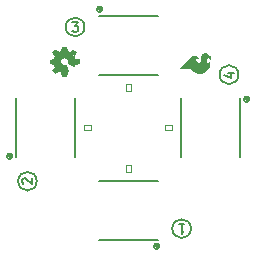
<source format=gbr>
G04 #@! TF.GenerationSoftware,KiCad,Pcbnew,no-vcs-found-5013ea2~58~ubuntu16.04.1*
G04 #@! TF.CreationDate,2017-05-24T10:35:15-06:00*
G04 #@! TF.ProjectId,HiBeam_4-pack_v02,48694265616D5F342D7061636B5F7630,rev?*
G04 #@! TF.FileFunction,Legend,Top*
G04 #@! TF.FilePolarity,Positive*
%FSLAX46Y46*%
G04 Gerber Fmt 4.6, Leading zero omitted, Abs format (unit mm)*
G04 Created by KiCad (PCBNEW no-vcs-found-5013ea2~58~ubuntu16.04.1) date Wed May 24 10:35:15 2017*
%MOMM*%
%LPD*%
G01*
G04 APERTURE LIST*
%ADD10C,0.100000*%
%ADD11C,0.200000*%
%ADD12C,0.203200*%
%ADD13C,0.150000*%
%ADD14C,0.010000*%
%ADD15C,0.066040*%
G04 APERTURE END LIST*
D10*
D11*
X142224776Y-89890600D02*
G75*
G03X142224776Y-89890600I-797576J0D01*
G01*
X155254976Y-93929200D02*
G75*
G03X155254976Y-93929200I-797576J0D01*
G01*
X151237721Y-106959400D02*
G75*
G03X151237721Y-106959400I-793521J0D01*
G01*
X138179679Y-102946200D02*
G75*
G03X138179679Y-102946200I-791079J0D01*
G01*
D12*
X154334028Y-93799780D02*
X154875895Y-93799780D01*
X154024390Y-93993304D02*
X154604961Y-94186828D01*
X154604961Y-93683666D01*
X141181666Y-89496295D02*
X141684828Y-89496295D01*
X141413895Y-89805933D01*
X141530009Y-89805933D01*
X141607419Y-89844638D01*
X141646123Y-89883342D01*
X141684828Y-89960752D01*
X141684828Y-90154276D01*
X141646123Y-90231685D01*
X141607419Y-90270390D01*
X141530009Y-90309095D01*
X141297780Y-90309095D01*
X141220371Y-90270390D01*
X141181666Y-90231685D01*
X137020904Y-103153028D02*
X136982200Y-103114323D01*
X136943495Y-103036914D01*
X136943495Y-102843390D01*
X136982200Y-102765980D01*
X137020904Y-102727276D01*
X137098314Y-102688571D01*
X137175723Y-102688571D01*
X137291838Y-102727276D01*
X137756295Y-103191733D01*
X137756295Y-102688571D01*
X150211971Y-106591704D02*
X150676428Y-106591704D01*
X150444200Y-106591704D02*
X150444200Y-107404504D01*
X150521609Y-107288390D01*
X150599019Y-107210980D01*
X150676428Y-107172276D01*
X148423000Y-93940000D02*
X143423000Y-93940000D01*
X148423000Y-88940000D02*
X143423000Y-88940000D01*
D13*
X143738953Y-88392000D02*
G75*
G03X143738953Y-88392000I-228953J0D01*
G01*
X143599803Y-88392000D02*
G75*
G03X143599803Y-88392000I-89803J0D01*
G01*
D12*
X150408000Y-100925000D02*
X150408000Y-95925000D01*
X155408000Y-100925000D02*
X155408000Y-95925000D01*
D13*
X156184953Y-96012000D02*
G75*
G03X156184953Y-96012000I-228953J0D01*
G01*
X156045803Y-96012000D02*
G75*
G03X156045803Y-96012000I-89803J0D01*
G01*
D12*
X143423000Y-102910000D02*
X148423000Y-102910000D01*
X143423000Y-107910000D02*
X148423000Y-107910000D01*
D13*
X148564953Y-108458000D02*
G75*
G03X148564953Y-108458000I-228953J0D01*
G01*
X148425803Y-108458000D02*
G75*
G03X148425803Y-108458000I-89803J0D01*
G01*
D12*
X141438000Y-95925000D02*
X141438000Y-100925000D01*
X136438000Y-95925000D02*
X136438000Y-100925000D01*
D13*
X136118953Y-100838000D02*
G75*
G03X136118953Y-100838000I-228953J0D01*
G01*
X135979803Y-100838000D02*
G75*
G03X135979803Y-100838000I-89803J0D01*
G01*
D14*
G36*
X152770888Y-92862628D02*
X152706231Y-92927286D01*
X152679290Y-92939858D01*
X152657737Y-92947042D01*
X152614632Y-92947042D01*
X152585895Y-92932674D01*
X152564343Y-92911121D01*
X152523033Y-92841075D01*
X152508665Y-92797970D01*
X152501481Y-92762049D01*
X152494297Y-92715352D01*
X152494297Y-92629141D01*
X152508665Y-92557299D01*
X152528422Y-92523174D01*
X152571527Y-92480069D01*
X152600264Y-92465701D01*
X152621816Y-92458517D01*
X152655941Y-92453128D01*
X152706231Y-92460313D01*
X152749336Y-92474681D01*
X152790645Y-92501622D01*
X152826566Y-92523174D01*
X152869671Y-92566280D01*
X152876855Y-92587832D01*
X152882244Y-92593220D01*
X152884040Y-92580648D01*
X152876855Y-92530359D01*
X152826566Y-92383082D01*
X152776277Y-92304056D01*
X152706231Y-92234010D01*
X152614632Y-92171148D01*
X152494297Y-92133431D01*
X152381145Y-92120859D01*
X152289547Y-92140615D01*
X152203336Y-92183721D01*
X152147659Y-92239398D01*
X152097369Y-92318425D01*
X152070428Y-92417207D01*
X152061448Y-92523174D01*
X152056060Y-92643510D01*
X152056060Y-92744089D01*
X152020139Y-92819523D01*
X151969850Y-92869812D01*
X151914172Y-92896753D01*
X151851310Y-92905733D01*
X151779468Y-92891365D01*
X151709422Y-92850056D01*
X151651949Y-92792582D01*
X151623212Y-92749477D01*
X151603455Y-92700983D01*
X151603455Y-92614773D01*
X151610639Y-92578852D01*
X151625008Y-92550115D01*
X151651949Y-92523174D01*
X151680685Y-92508806D01*
X151766896Y-92508806D01*
X151795633Y-92523174D01*
X151836942Y-92535747D01*
X151849514Y-92537543D01*
X151836942Y-92496234D01*
X151750731Y-92410023D01*
X151702238Y-92375898D01*
X151659133Y-92347161D01*
X151610639Y-92323813D01*
X151562146Y-92318425D01*
X151497488Y-92311240D01*
X151384337Y-92338181D01*
X151319679Y-92374102D01*
X151256817Y-92422596D01*
X150286950Y-93392463D01*
X150358792Y-93392463D01*
X150416265Y-93378095D01*
X150486311Y-93379891D01*
X150563542Y-93370911D01*
X150734166Y-93372707D01*
X150917364Y-93358338D01*
X151059252Y-93356542D01*
X151172403Y-93387075D01*
X151220896Y-93421200D01*
X151355600Y-93555904D01*
X151454383Y-93625950D01*
X151554962Y-93683423D01*
X151653745Y-93724733D01*
X151765100Y-93753469D01*
X151872863Y-93760654D01*
X151984218Y-93760654D01*
X152099165Y-93746285D01*
X152296731Y-93688812D01*
X152465560Y-93591825D01*
X152593079Y-93478674D01*
X152684678Y-93343970D01*
X152754724Y-93202082D01*
X152785257Y-93074562D01*
X152790645Y-92954227D01*
X152770888Y-92862628D01*
G37*
X152770888Y-92862628D02*
X152706231Y-92927286D01*
X152679290Y-92939858D01*
X152657737Y-92947042D01*
X152614632Y-92947042D01*
X152585895Y-92932674D01*
X152564343Y-92911121D01*
X152523033Y-92841075D01*
X152508665Y-92797970D01*
X152501481Y-92762049D01*
X152494297Y-92715352D01*
X152494297Y-92629141D01*
X152508665Y-92557299D01*
X152528422Y-92523174D01*
X152571527Y-92480069D01*
X152600264Y-92465701D01*
X152621816Y-92458517D01*
X152655941Y-92453128D01*
X152706231Y-92460313D01*
X152749336Y-92474681D01*
X152790645Y-92501622D01*
X152826566Y-92523174D01*
X152869671Y-92566280D01*
X152876855Y-92587832D01*
X152882244Y-92593220D01*
X152884040Y-92580648D01*
X152876855Y-92530359D01*
X152826566Y-92383082D01*
X152776277Y-92304056D01*
X152706231Y-92234010D01*
X152614632Y-92171148D01*
X152494297Y-92133431D01*
X152381145Y-92120859D01*
X152289547Y-92140615D01*
X152203336Y-92183721D01*
X152147659Y-92239398D01*
X152097369Y-92318425D01*
X152070428Y-92417207D01*
X152061448Y-92523174D01*
X152056060Y-92643510D01*
X152056060Y-92744089D01*
X152020139Y-92819523D01*
X151969850Y-92869812D01*
X151914172Y-92896753D01*
X151851310Y-92905733D01*
X151779468Y-92891365D01*
X151709422Y-92850056D01*
X151651949Y-92792582D01*
X151623212Y-92749477D01*
X151603455Y-92700983D01*
X151603455Y-92614773D01*
X151610639Y-92578852D01*
X151625008Y-92550115D01*
X151651949Y-92523174D01*
X151680685Y-92508806D01*
X151766896Y-92508806D01*
X151795633Y-92523174D01*
X151836942Y-92535747D01*
X151849514Y-92537543D01*
X151836942Y-92496234D01*
X151750731Y-92410023D01*
X151702238Y-92375898D01*
X151659133Y-92347161D01*
X151610639Y-92323813D01*
X151562146Y-92318425D01*
X151497488Y-92311240D01*
X151384337Y-92338181D01*
X151319679Y-92374102D01*
X151256817Y-92422596D01*
X150286950Y-93392463D01*
X150358792Y-93392463D01*
X150416265Y-93378095D01*
X150486311Y-93379891D01*
X150563542Y-93370911D01*
X150734166Y-93372707D01*
X150917364Y-93358338D01*
X151059252Y-93356542D01*
X151172403Y-93387075D01*
X151220896Y-93421200D01*
X151355600Y-93555904D01*
X151454383Y-93625950D01*
X151554962Y-93683423D01*
X151653745Y-93724733D01*
X151765100Y-93753469D01*
X151872863Y-93760654D01*
X151984218Y-93760654D01*
X152099165Y-93746285D01*
X152296731Y-93688812D01*
X152465560Y-93591825D01*
X152593079Y-93478674D01*
X152684678Y-93343970D01*
X152754724Y-93202082D01*
X152785257Y-93074562D01*
X152790645Y-92954227D01*
X152770888Y-92862628D01*
G36*
X141480616Y-92033655D02*
X141256110Y-91809148D01*
X140961558Y-92021082D01*
X140932821Y-91992345D01*
X140918452Y-91992345D01*
X140904084Y-91977977D01*
X140889715Y-91977977D01*
X140868163Y-91970793D01*
X140855591Y-91958220D01*
X140841222Y-91958220D01*
X140826854Y-91943852D01*
X140812485Y-91943852D01*
X140790933Y-91936668D01*
X140776564Y-91936668D01*
X140762196Y-91922299D01*
X140747827Y-91922299D01*
X140726275Y-91915115D01*
X140711906Y-91915115D01*
X140656229Y-91561293D01*
X140338328Y-91570273D01*
X140273670Y-91915115D01*
X140259301Y-91915115D01*
X140239545Y-91924095D01*
X140232361Y-91931280D01*
X140212604Y-91936668D01*
X140198236Y-91936668D01*
X140176683Y-91943852D01*
X140169499Y-91951036D01*
X140147946Y-91958220D01*
X140133578Y-91958220D01*
X140119209Y-91972589D01*
X140097657Y-91979773D01*
X140090473Y-91986957D01*
X140068920Y-91994141D01*
X140063532Y-91999530D01*
X140041979Y-92006714D01*
X140027611Y-92021082D01*
X139736651Y-91816332D01*
X139512144Y-92040839D01*
X139718690Y-92330003D01*
X139711506Y-92337187D01*
X139704322Y-92358740D01*
X139689953Y-92373108D01*
X139689953Y-92387477D01*
X139675585Y-92401845D01*
X139668401Y-92423398D01*
X139661216Y-92430582D01*
X139654032Y-92452134D01*
X139654032Y-92466503D01*
X139641460Y-92479075D01*
X139641460Y-92493444D01*
X139634276Y-92514996D01*
X139634276Y-92529365D01*
X139619907Y-92543733D01*
X139618111Y-92556305D01*
X139610927Y-92577858D01*
X139266085Y-92642516D01*
X139264289Y-92953233D01*
X139610927Y-93016095D01*
X139610927Y-93030463D01*
X139625295Y-93044831D01*
X139625295Y-93059200D01*
X139632480Y-93080752D01*
X139632480Y-93095121D01*
X139646848Y-93109489D01*
X139646848Y-93123858D01*
X139654032Y-93145410D01*
X139661216Y-93152594D01*
X139675585Y-93192108D01*
X139682769Y-93199292D01*
X139689953Y-93220844D01*
X139697137Y-93228029D01*
X139704322Y-93249581D01*
X139718690Y-93263950D01*
X139512144Y-93553114D01*
X139736651Y-93777620D01*
X140027611Y-93572870D01*
X140034795Y-93580055D01*
X140056348Y-93587239D01*
X140070716Y-93601607D01*
X140085085Y-93601607D01*
X140099453Y-93615976D01*
X140113821Y-93615976D01*
X140131782Y-93623160D01*
X140146150Y-93637528D01*
X140160519Y-93637528D01*
X140174887Y-93651897D01*
X140189255Y-93651897D01*
X140210808Y-93659081D01*
X140225177Y-93659081D01*
X140246729Y-93666265D01*
X140253913Y-93673449D01*
X140275466Y-93680634D01*
X140331144Y-94020087D01*
X140649045Y-94025475D01*
X140713702Y-93680634D01*
X140720887Y-93673449D01*
X140733459Y-93671653D01*
X140740643Y-93664469D01*
X140755012Y-93664469D01*
X140762196Y-93657285D01*
X140776564Y-93657285D01*
X140783748Y-93650101D01*
X140798117Y-93650101D01*
X140805301Y-93642916D01*
X140817873Y-93644712D01*
X140825058Y-93637528D01*
X140839426Y-93637528D01*
X140853794Y-93623160D01*
X140868163Y-93623160D01*
X140629288Y-93100509D01*
X140600551Y-93114877D01*
X140557446Y-93129246D01*
X140528709Y-93129246D01*
X140508953Y-93134634D01*
X140480216Y-93134634D01*
X140458663Y-93127450D01*
X140429926Y-93127450D01*
X140388617Y-93114877D01*
X140359880Y-93100509D01*
X140316775Y-93086141D01*
X140295223Y-93064588D01*
X140266486Y-93050220D01*
X140226973Y-93010706D01*
X140169499Y-92895759D01*
X140156927Y-92825713D01*
X140156927Y-92796976D01*
X140162315Y-92762851D01*
X140162315Y-92734115D01*
X140169499Y-92698193D01*
X140183867Y-92669457D01*
X140192848Y-92635332D01*
X140214400Y-92613779D01*
X140234157Y-92579654D01*
X140282650Y-92531161D01*
X140311387Y-92516792D01*
X140332940Y-92495240D01*
X140365269Y-92488055D01*
X140394005Y-92473687D01*
X140465847Y-92459319D01*
X140523321Y-92459319D01*
X140591571Y-92473687D01*
X140620308Y-92488055D01*
X140656229Y-92495240D01*
X140677781Y-92516792D01*
X140706518Y-92531161D01*
X140767584Y-92592226D01*
X140781952Y-92620963D01*
X140796321Y-92635332D01*
X140803505Y-92656884D01*
X140817873Y-92685621D01*
X140823262Y-92705378D01*
X140823262Y-92734115D01*
X140830446Y-92755667D01*
X140832242Y-92811345D01*
X140825058Y-92832897D01*
X140825058Y-92861634D01*
X140803505Y-92926292D01*
X141326156Y-93165167D01*
X141318972Y-93157983D01*
X141333340Y-93143614D01*
X141333340Y-93129246D01*
X141340524Y-93122062D01*
X141340524Y-93107693D01*
X141347709Y-93100509D01*
X141347709Y-93086141D01*
X141362077Y-93071772D01*
X141360281Y-93059200D01*
X141367465Y-93052016D01*
X141369261Y-93025075D01*
X141376445Y-93017891D01*
X141721287Y-92953233D01*
X141723083Y-92628147D01*
X141376445Y-92579654D01*
X141369261Y-92558101D01*
X141369261Y-92543733D01*
X141362077Y-92522180D01*
X141354893Y-92514996D01*
X141347709Y-92493444D01*
X141347709Y-92479075D01*
X141340524Y-92457523D01*
X141333340Y-92450338D01*
X141320768Y-92409029D01*
X141313584Y-92401845D01*
X141306399Y-92380292D01*
X141299215Y-92373108D01*
X141292031Y-92351556D01*
X141277663Y-92337187D01*
X141277663Y-92322819D01*
X141480616Y-92033655D01*
G37*
X141480616Y-92033655D02*
X141256110Y-91809148D01*
X140961558Y-92021082D01*
X140932821Y-91992345D01*
X140918452Y-91992345D01*
X140904084Y-91977977D01*
X140889715Y-91977977D01*
X140868163Y-91970793D01*
X140855591Y-91958220D01*
X140841222Y-91958220D01*
X140826854Y-91943852D01*
X140812485Y-91943852D01*
X140790933Y-91936668D01*
X140776564Y-91936668D01*
X140762196Y-91922299D01*
X140747827Y-91922299D01*
X140726275Y-91915115D01*
X140711906Y-91915115D01*
X140656229Y-91561293D01*
X140338328Y-91570273D01*
X140273670Y-91915115D01*
X140259301Y-91915115D01*
X140239545Y-91924095D01*
X140232361Y-91931280D01*
X140212604Y-91936668D01*
X140198236Y-91936668D01*
X140176683Y-91943852D01*
X140169499Y-91951036D01*
X140147946Y-91958220D01*
X140133578Y-91958220D01*
X140119209Y-91972589D01*
X140097657Y-91979773D01*
X140090473Y-91986957D01*
X140068920Y-91994141D01*
X140063532Y-91999530D01*
X140041979Y-92006714D01*
X140027611Y-92021082D01*
X139736651Y-91816332D01*
X139512144Y-92040839D01*
X139718690Y-92330003D01*
X139711506Y-92337187D01*
X139704322Y-92358740D01*
X139689953Y-92373108D01*
X139689953Y-92387477D01*
X139675585Y-92401845D01*
X139668401Y-92423398D01*
X139661216Y-92430582D01*
X139654032Y-92452134D01*
X139654032Y-92466503D01*
X139641460Y-92479075D01*
X139641460Y-92493444D01*
X139634276Y-92514996D01*
X139634276Y-92529365D01*
X139619907Y-92543733D01*
X139618111Y-92556305D01*
X139610927Y-92577858D01*
X139266085Y-92642516D01*
X139264289Y-92953233D01*
X139610927Y-93016095D01*
X139610927Y-93030463D01*
X139625295Y-93044831D01*
X139625295Y-93059200D01*
X139632480Y-93080752D01*
X139632480Y-93095121D01*
X139646848Y-93109489D01*
X139646848Y-93123858D01*
X139654032Y-93145410D01*
X139661216Y-93152594D01*
X139675585Y-93192108D01*
X139682769Y-93199292D01*
X139689953Y-93220844D01*
X139697137Y-93228029D01*
X139704322Y-93249581D01*
X139718690Y-93263950D01*
X139512144Y-93553114D01*
X139736651Y-93777620D01*
X140027611Y-93572870D01*
X140034795Y-93580055D01*
X140056348Y-93587239D01*
X140070716Y-93601607D01*
X140085085Y-93601607D01*
X140099453Y-93615976D01*
X140113821Y-93615976D01*
X140131782Y-93623160D01*
X140146150Y-93637528D01*
X140160519Y-93637528D01*
X140174887Y-93651897D01*
X140189255Y-93651897D01*
X140210808Y-93659081D01*
X140225177Y-93659081D01*
X140246729Y-93666265D01*
X140253913Y-93673449D01*
X140275466Y-93680634D01*
X140331144Y-94020087D01*
X140649045Y-94025475D01*
X140713702Y-93680634D01*
X140720887Y-93673449D01*
X140733459Y-93671653D01*
X140740643Y-93664469D01*
X140755012Y-93664469D01*
X140762196Y-93657285D01*
X140776564Y-93657285D01*
X140783748Y-93650101D01*
X140798117Y-93650101D01*
X140805301Y-93642916D01*
X140817873Y-93644712D01*
X140825058Y-93637528D01*
X140839426Y-93637528D01*
X140853794Y-93623160D01*
X140868163Y-93623160D01*
X140629288Y-93100509D01*
X140600551Y-93114877D01*
X140557446Y-93129246D01*
X140528709Y-93129246D01*
X140508953Y-93134634D01*
X140480216Y-93134634D01*
X140458663Y-93127450D01*
X140429926Y-93127450D01*
X140388617Y-93114877D01*
X140359880Y-93100509D01*
X140316775Y-93086141D01*
X140295223Y-93064588D01*
X140266486Y-93050220D01*
X140226973Y-93010706D01*
X140169499Y-92895759D01*
X140156927Y-92825713D01*
X140156927Y-92796976D01*
X140162315Y-92762851D01*
X140162315Y-92734115D01*
X140169499Y-92698193D01*
X140183867Y-92669457D01*
X140192848Y-92635332D01*
X140214400Y-92613779D01*
X140234157Y-92579654D01*
X140282650Y-92531161D01*
X140311387Y-92516792D01*
X140332940Y-92495240D01*
X140365269Y-92488055D01*
X140394005Y-92473687D01*
X140465847Y-92459319D01*
X140523321Y-92459319D01*
X140591571Y-92473687D01*
X140620308Y-92488055D01*
X140656229Y-92495240D01*
X140677781Y-92516792D01*
X140706518Y-92531161D01*
X140767584Y-92592226D01*
X140781952Y-92620963D01*
X140796321Y-92635332D01*
X140803505Y-92656884D01*
X140817873Y-92685621D01*
X140823262Y-92705378D01*
X140823262Y-92734115D01*
X140830446Y-92755667D01*
X140832242Y-92811345D01*
X140825058Y-92832897D01*
X140825058Y-92861634D01*
X140803505Y-92926292D01*
X141326156Y-93165167D01*
X141318972Y-93157983D01*
X141333340Y-93143614D01*
X141333340Y-93129246D01*
X141340524Y-93122062D01*
X141340524Y-93107693D01*
X141347709Y-93100509D01*
X141347709Y-93086141D01*
X141362077Y-93071772D01*
X141360281Y-93059200D01*
X141367465Y-93052016D01*
X141369261Y-93025075D01*
X141376445Y-93017891D01*
X141721287Y-92953233D01*
X141723083Y-92628147D01*
X141376445Y-92579654D01*
X141369261Y-92558101D01*
X141369261Y-92543733D01*
X141362077Y-92522180D01*
X141354893Y-92514996D01*
X141347709Y-92493444D01*
X141347709Y-92479075D01*
X141340524Y-92457523D01*
X141333340Y-92450338D01*
X141320768Y-92409029D01*
X141313584Y-92401845D01*
X141306399Y-92380292D01*
X141299215Y-92373108D01*
X141292031Y-92351556D01*
X141277663Y-92337187D01*
X141277663Y-92322819D01*
X141480616Y-92033655D01*
D15*
X145724880Y-102153720D02*
X145724880Y-101554280D01*
X145724880Y-101554280D02*
X146121120Y-101554280D01*
X146121120Y-102153720D02*
X146121120Y-101554280D01*
X145724880Y-102153720D02*
X146121120Y-102153720D01*
X142194280Y-98226880D02*
X142793720Y-98226880D01*
X142793720Y-98226880D02*
X142793720Y-98623120D01*
X142194280Y-98623120D02*
X142793720Y-98623120D01*
X142194280Y-98226880D02*
X142194280Y-98623120D01*
X146121120Y-94696280D02*
X146121120Y-95295720D01*
X146121120Y-95295720D02*
X145724880Y-95295720D01*
X145724880Y-94696280D02*
X145724880Y-95295720D01*
X146121120Y-94696280D02*
X145724880Y-94696280D01*
X149651720Y-98623120D02*
X149052280Y-98623120D01*
X149052280Y-98623120D02*
X149052280Y-98226880D01*
X149651720Y-98226880D02*
X149052280Y-98226880D01*
X149651720Y-98623120D02*
X149651720Y-98226880D01*
M02*

</source>
